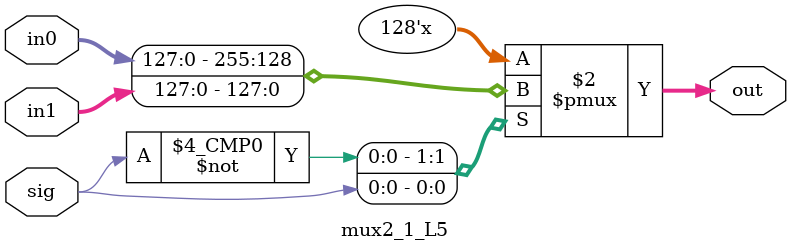
<source format=v>
module mux2_1_L5(in0,in1, sig,out);
input [8*16-1:0] in0,in1;
input  sig;
output reg [8*16-1:0]  out;
 
always@(*)
begin
    case(sig)
    1'b0:  out=in0;
    1'b1:  out=in1;
    
    endcase
end
endmodule
</source>
